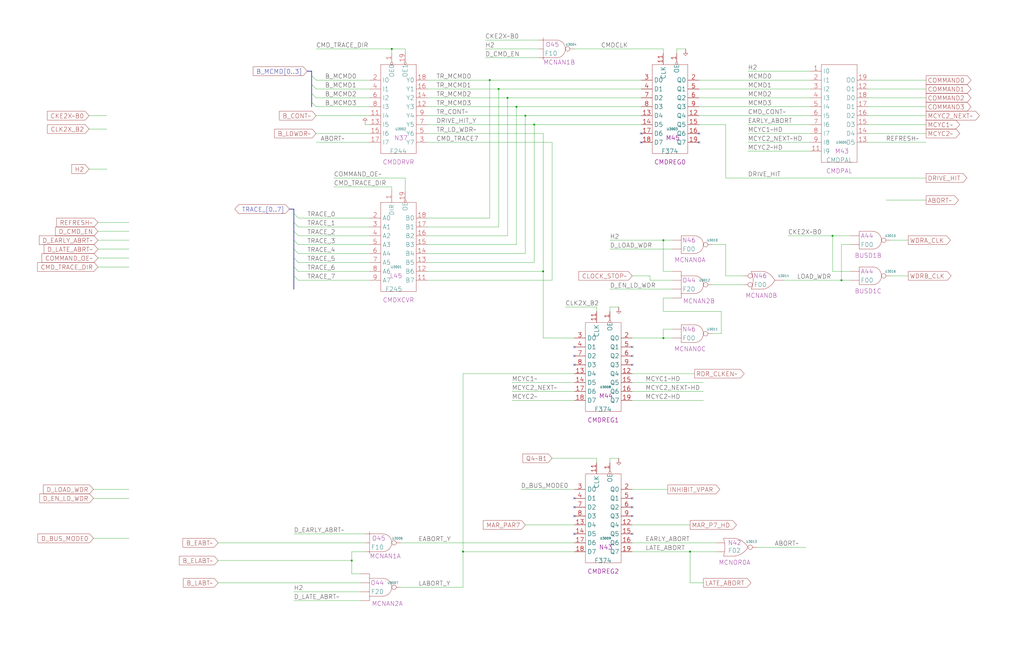
<source format=kicad_sch>
(kicad_sch (version 20230121) (generator eeschema)
  (paper "User" 584.2 378.46)
  (title_block (title "CONTROL\\nCOMMAND + WDR CLOCKS") (date "08-MAR-90") (rev "0.0") (comment 1 "MEM32 BOARD") (comment 2 "232-003066") (comment 3 "S400") (comment 4 "RELEASED"))
  (lib_symbols
    (symbol "r1000:CMDPAL" (pin_names (offset 1.016))
      (property "Reference" "U" (at 2.54 5.08 0))
      (property "Value" "CMDPAL" (at -6.35 -5.08 0))
      (property "Location" "___" (at -1.27 0 0))
      (property "Name" "______" (at 1.27 -12.7 0))
      (symbol "CMDPAL_1_1"
        (rectangle (start -8.89 49.53) (end 11.43 -6.35))
        (pin input line (at -15.24 45.72 0) (length 6.35) (name "I0") (number "1"))
        (pin input line (at -15.24 0 0) (length 6.35) (name "I9") (number "11"))
        (pin output line (at 17.78 35.56 180) (length 6.35) (name "O1") (number "12"))
        (pin input line (at 17.78 5.08 180) (length 6.35) (name "D5") (number "13"))
        (pin output line (at 17.78 10.16 180) (length 6.35) (name "D4") (number "14"))
        (pin output line (at 17.78 15.24 180) (length 6.35) (name "D3") (number "15"))
        (pin output line (at 17.78 20.32 180) (length 6.35) (name "D2") (number "16"))
        (pin output line (at 17.78 25.4 180) (length 6.35) (name "D1") (number "17"))
        (pin output line (at 17.78 30.48 180) (length 6.35) (name "D0") (number "18"))
        (pin output line (at 17.78 40.64 180) (length 6.35) (name "O0") (number "19"))
        (pin input line (at -15.24 40.64 0) (length 6.35) (name "I1") (number "2"))
        (pin input line (at -15.24 35.56 0) (length 6.35) (name "I2") (number "3"))
        (pin input line (at -15.24 30.48 0) (length 6.35) (name "I3") (number "4"))
        (pin input line (at -15.24 25.4 0) (length 6.35) (name "I4") (number "5"))
        (pin input line (at -15.24 20.32 0) (length 6.35) (name "I5") (number "6"))
        (pin input line (at -15.24 15.24 0) (length 6.35) (name "I6") (number "7"))
        (pin input line (at -15.24 10.16 0) (length 6.35) (name "I7") (number "8"))
        (pin input line (at -15.24 5.08 0) (length 6.35) (name "I8") (number "9"))
      )
    )
    (symbol "r1000:F00" (pin_numbers hide) (pin_names hide)
      (property "Reference" "U" (at 15.24 0 0))
      (property "Value" "F00" (at 1.905 -5.08 0))
      (property "Location" "___" (at 1.905 0 0))
      (property "Name" "______" (at 2.54 -12.7 0))
      (symbol "F00_0_1"
        (polyline (pts (xy -2.54 -7.62) (xy 5.08 -7.62)) (stroke (width 0.1524)))
        (polyline (pts (xy -2.54 2.54) (xy -2.54 -7.62)) (stroke (width 0.1524)))
        (polyline (pts (xy -2.54 2.54) (xy 5.08 2.54)) (stroke (width 0.1524)))
        (arc (start 5.08 -7.62) (mid 10.1282 -2.54) (end 5.08 2.54) (stroke (width 0.1524)))
        (circle (center 11.43 -2.54) (radius 1.27) (stroke (width 0.1524)))
      )
      (symbol "F00_0_2"
        (circle (center -3.81 -5.08) (radius 1.27) (stroke (width 0.1524)))
        (circle (center -3.81 0) (radius 1.27) (stroke (width 0.1524)))
        (arc (start -3.175 -7.62) (mid -2.134 -2.54) (end -3.175 2.54) (stroke (width 0.1524)))
        (polyline (pts (xy -3.175 -7.62) (xy 3.81 -7.62)) (stroke (width 0.1524)))
        (polyline (pts (xy -3.175 2.54) (xy 3.81 2.54)) (stroke (width 0.1524)))
        (arc (start 3.81 -7.62) (mid 7.5855 -5.8306) (end 10.16 -2.54) (stroke (width 0.1524)))
        (arc (start 10.16 -2.54) (mid 7.5827 0.7471) (end 3.81 2.54) (stroke (width 0.1524)))
      )
      (symbol "F00_1_1"
        (pin input line (at -7.62 0 0) (length 5.08) (name "D0") (number "1"))
        (pin input line (at -7.62 -5.08 0) (length 5.08) (name "D1") (number "2"))
        (pin output line (at 15.24 -2.54 180) (length 2.54) (name "Q") (number "3"))
      )
      (symbol "F00_1_2"
        (pin input line (at -7.62 0 0) (length 2.54) (name "D0") (number "1"))
        (pin input line (at -7.62 -5.08 0) (length 2.54) (name "D1") (number "2"))
        (pin output line (at 15.24 -2.54 180) (length 5.08) (name "Q") (number "3"))
      )
    )
    (symbol "r1000:F02" (pin_numbers hide) (pin_names hide)
      (property "Reference" "U" (at 12.16 0.635 0))
      (property "Value" "F02" (at -1.27 -4.445 0))
      (property "Location" "___" (at 2.54 0 0))
      (property "Name" "______" (at 2.54 -12.7 0))
      (symbol "F02_0_1"
        (arc (start -3.81 -7.62) (mid -2.9847 -2.54) (end -3.81 2.54) (stroke (width 0.1524)))
        (polyline (pts (xy -5.08 -5.08) (xy -3.175 -5.08)) (stroke (width 0.1524)))
        (polyline (pts (xy -5.08 0) (xy -3.175 0)) (stroke (width 0.1524)))
        (polyline (pts (xy -3.81 -7.62) (xy 2.54 -7.62)) (stroke (width 0.1524)))
        (polyline (pts (xy -3.81 2.54) (xy 2.54 2.54)) (stroke (width 0.1524)))
        (polyline (pts (xy 13.97 -2.54) (xy 12.7 -2.54)) (stroke (width 0.1524)))
        (arc (start 2.54 -7.62) (mid 6.9515 -5.9823) (end 10.16 -2.54) (stroke (width 0.1524)))
        (arc (start 10.16 -2.54) (mid 6.9478 0.8966) (end 2.54 2.54) (stroke (width 0.1524)))
        (circle (center 11.43 -2.54) (radius 1.27) (stroke (width 0.1524)))
      )
      (symbol "F02_0_2"
        (circle (center -3.81 -5.08) (radius 1.27) (stroke (width 0.1524)))
        (circle (center -3.81 0) (radius 1.27) (stroke (width 0.1524)))
        (polyline (pts (xy -2.54 -7.62) (xy 5.08 -7.62)) (stroke (width 0.1524)))
        (polyline (pts (xy -2.54 2.54) (xy -2.54 -7.62)) (stroke (width 0.1524)))
        (polyline (pts (xy -2.54 2.54) (xy 5.08 2.54)) (stroke (width 0.1524)))
        (polyline (pts (xy 11.43 -2.54) (xy 10.16 -2.54)) (stroke (width 0.1524)))
        (polyline (pts (xy 11.43 -2.54) (xy 12.7 -2.54)) (stroke (width 0.1524)))
        (arc (start 5.08 -7.62) (mid 10.1282 -2.54) (end 5.08 2.54) (stroke (width 0.1524)))
      )
      (symbol "F02_1_1"
        (pin input line (at -7.62 0 0) (length 2.54) (name "D0") (number "1"))
        (pin input line (at -7.62 -5.08 0) (length 2.54) (name "D1") (number "2"))
        (pin output line (at 15.24 -2.54 180) (length 1.27) (name "Q") (number "3"))
      )
      (symbol "F02_1_2"
        (pin input line (at -7.62 0 0) (length 2.54) (name "D0") (number "1"))
        (pin input line (at -7.62 -5.08 0) (length 2.54) (name "D1") (number "2"))
        (pin output line (at 15.24 -2.54 180) (length 2.54) (name "Q") (number "3"))
      )
    )
    (symbol "r1000:F10" (pin_numbers hide) (pin_names hide)
      (property "Reference" "U" (at 13.335 0 0))
      (property "Value" "F10" (at 5.715 -5.08 0))
      (property "Location" "___" (at -1.27 0 0))
      (property "Name" "______" (at -2.54 -10.16 0))
      (symbol "F10_0_1"
        (polyline (pts (xy -2.54 -7.62) (xy 5.08 -7.62)) (stroke (width 0.1524)))
        (polyline (pts (xy -2.54 2.54) (xy 5.08 2.54)) (stroke (width 0.1524)))
        (polyline (pts (xy -2.54 3.81) (xy -2.54 -8.89)) (stroke (width 0.1524)))
        (arc (start 5.08 -7.62) (mid 10.1282 -2.54) (end 5.08 2.54) (stroke (width 0.1524)))
        (circle (center 11.43 -2.54) (radius 1.27) (stroke (width 0.1524)))
      )
      (symbol "F10_0_2"
        (circle (center -3.81 -7.62) (radius 1.27) (stroke (width 0.1524)))
        (circle (center -3.81 2.54) (radius 1.27) (stroke (width 0.1524)))
        (circle (center -3.175 -2.54) (radius 1.27) (stroke (width 0.1524)))
        (arc (start -2.54 -7.62) (mid -1.8195 -2.54) (end -2.54 2.54) (stroke (width 0.1524)))
        (polyline (pts (xy -4.445 -2.54) (xy -5.08 -2.54)) (stroke (width 0.1524)))
        (polyline (pts (xy -2.54 -7.62) (xy 5.08 -7.62)) (stroke (width 0.1524)))
        (polyline (pts (xy -2.54 2.54) (xy 5.08 2.54)) (stroke (width 0.1524)))
        (polyline (pts (xy 10.795 -2.54) (xy 12.7 -2.54)) (stroke (width 0.1524)))
        (arc (start 5.08 -7.62) (mid 8.4845 -5.6954) (end 10.795 -2.54) (stroke (width 0.1524)))
        (arc (start 10.795 -2.54) (mid 8.4807 0.6111) (end 5.08 2.54) (stroke (width 0.1524)))
      )
      (symbol "F10_1_1"
        (pin input line (at -5.08 2.54 0) (length 2.54) (name "D0") (number "1"))
        (pin input line (at -5.08 -2.54 0) (length 2.54) (name "D1") (number "2"))
        (pin input line (at -5.08 -7.62 0) (length 2.54) (name "D2") (number "3"))
        (pin output line (at 15.24 -2.54 180) (length 2.54) (name "Q") (number "4"))
      )
      (symbol "F10_1_2"
        (pin input line (at -5.08 2.54 0) (length 0) (name "D0") (number "1"))
        (pin input line (at -5.08 -2.54 0) (length 0) (name "D1") (number "2"))
        (pin input line (at -5.08 -7.62 0) (length 0) (name "D2") (number "3"))
        (pin output line (at 15.24 -2.54 180) (length 2.54) (name "Q") (number "4"))
      )
    )
    (symbol "r1000:F20" (pin_numbers hide) (pin_names hide)
      (property "Reference" "U" (at 8.255 2.54 0))
      (property "Value" "F20" (at -0.635 -2.54 0))
      (property "Location" "___" (at -0.635 2.54 0))
      (property "Name" "______" (at 5.08 -10.795 0))
      (symbol "F20_0_1"
        (polyline (pts (xy -5.08 -5.08) (xy -5.08 -7.62)) (stroke (width 0.1524)))
        (polyline (pts (xy -5.08 5.08) (xy -5.08 -5.08)) (stroke (width 0.1524)))
        (polyline (pts (xy -5.08 7.62) (xy -5.08 5.08)) (stroke (width 0.1524)))
        (polyline (pts (xy 2.54 -5.08) (xy -5.08 -5.08)) (stroke (width 0.1524)))
        (polyline (pts (xy 2.54 5.08) (xy -5.08 5.08)) (stroke (width 0.1524)))
        (arc (start 2.54 -5.08) (mid 7.5882 0) (end 2.54 5.08) (stroke (width 0.1524)))
        (circle (center 8.89 0) (radius 1.27) (stroke (width 0.1524)))
      )
      (symbol "F20_0_2"
        (circle (center -7.62 -7.62) (radius 1.27) (stroke (width 0.1524)))
        (circle (center -7.62 7.62) (radius 1.27) (stroke (width 0.1524)))
        (circle (center -6.985 -2.54) (radius 1.27) (stroke (width 0.1524)))
        (circle (center -6.985 2.54) (radius 1.27) (stroke (width 0.1524)))
        (arc (start -6.35 -7.62) (mid -5.3975 0) (end -6.35 7.62) (stroke (width 0.1524)))
        (polyline (pts (xy -5.715 -5.08) (xy 1.27 -5.08)) (stroke (width 0.1524)))
        (polyline (pts (xy -5.715 5.08) (xy 1.27 5.08)) (stroke (width 0.1524)))
        (arc (start 1.27 -5.08) (mid 5.0518 -3.2985) (end 7.62 0) (stroke (width 0.1524)))
        (arc (start 7.62 0) (mid 5.0518 3.2985) (end 1.27 5.08) (stroke (width 0.1524)))
      )
      (symbol "F20_1_1"
        (pin input line (at -10.16 7.62 0) (length 5.08) (name "D0") (number "1"))
        (pin input line (at -10.16 2.54 0) (length 5.08) (name "D1") (number "2"))
        (pin input line (at -10.16 -2.54 0) (length 5.08) (name "D2") (number "4"))
        (pin input line (at -10.16 -7.62 0) (length 5.08) (name "D3") (number "5"))
        (pin output line (at 12.7 0 180) (length 2.54) (name "Q") (number "6"))
      )
      (symbol "F20_1_2"
        (pin input line (at -10.16 7.62 0) (length 1.27) (name "D0") (number "1"))
        (pin input line (at -10.16 2.54 0) (length 1.905) (name "D1") (number "2"))
        (pin input line (at -10.16 -2.54 0) (length 1.905) (name "D2") (number "4"))
        (pin input line (at -10.16 -7.62 0) (length 1.27) (name "D3") (number "5"))
        (pin output line (at 12.7 0 180) (length 5.08) (name "Q") (number "6"))
      )
    )
    (symbol "r1000:F244" (pin_names (offset 1.016))
      (property "Reference" "U" (at 2.54 5.08 0))
      (property "Value" "F244" (at -3.81 -7.62 0))
      (property "Location" "___" (at -1.27 0 0))
      (property "Name" "______" (at 1.27 -15.24 0))
      (symbol "F244_1_1"
        (rectangle (start -8.89 41.91) (end 11.43 -8.89))
        (circle (center -2.54 42.545) (radius 0.635))
        (circle (center 5.08 42.545) (radius 0.635))
        (pin input line (at -2.54 48.26 270) (length 5.08) (name "OE0") (number "1"))
        (pin input line (at -15.24 12.7 0) (length 6.35) (name "I4") (number "11"))
        (pin tri_state line (at 17.78 17.78 180) (length 6.35) (name "Y3") (number "12"))
        (pin input line (at -15.24 7.62 0) (length 6.35) (name "I5") (number "13"))
        (pin tri_state line (at 17.78 22.86 180) (length 6.35) (name "Y2") (number "14"))
        (pin input line (at -15.24 2.54 0) (length 6.35) (name "I6") (number "15"))
        (pin tri_state line (at 17.78 27.94 180) (length 6.35) (name "Y1") (number "16"))
        (pin input line (at -15.24 -2.54 0) (length 6.35) (name "I7") (number "17"))
        (pin tri_state line (at 17.78 33.02 180) (length 6.35) (name "Y0") (number "18"))
        (pin input line (at 5.08 48.26 270) (length 5.08) (name "OE1") (number "19"))
        (pin input line (at -15.24 33.02 0) (length 6.35) (name "I0") (number "2"))
        (pin tri_state line (at 17.78 -2.54 180) (length 6.35) (name "Y7") (number "3"))
        (pin input line (at -15.24 27.94 0) (length 6.35) (name "I1") (number "4"))
        (pin tri_state line (at 17.78 2.54 180) (length 6.35) (name "Y6") (number "5"))
        (pin input line (at -15.24 22.86 0) (length 6.35) (name "I2") (number "6"))
        (pin tri_state line (at 17.78 7.62 180) (length 6.35) (name "Y5") (number "7"))
        (pin input line (at -15.24 17.78 0) (length 6.35) (name "I3") (number "8"))
        (pin tri_state line (at 17.78 12.7 180) (length 6.35) (name "Y4") (number "9"))
      )
    )
    (symbol "r1000:F245" (pin_names (offset 1.016))
      (property "Reference" "U" (at 2.54 5.08 0))
      (property "Value" "F245" (at -3.81 -7.62 0))
      (property "Location" "___" (at -1.27 0 0))
      (property "Name" "______" (at 3.81 -15.24 0))
      (symbol "F245_1_1"
        (rectangle (start -6.35 41.91) (end 13.97 -8.89))
        (circle (center 7.62 42.545) (radius 0.635))
        (pin input line (at 0 48.26 270) (length 6.35) (name "DIR") (number "1"))
        (pin bidirectional line (at 20.32 -2.54 180) (length 6.35) (name "B7") (number "11"))
        (pin bidirectional line (at 20.32 2.54 180) (length 6.35) (name "B6") (number "12"))
        (pin bidirectional line (at 20.32 7.62 180) (length 6.35) (name "B5") (number "13"))
        (pin bidirectional line (at 20.32 12.7 180) (length 6.35) (name "B4") (number "14"))
        (pin bidirectional line (at 20.32 17.78 180) (length 6.35) (name "B3") (number "15"))
        (pin bidirectional line (at 20.32 22.86 180) (length 6.35) (name "B2") (number "16"))
        (pin bidirectional line (at 20.32 27.94 180) (length 6.35) (name "B1") (number "17"))
        (pin bidirectional line (at 20.32 33.02 180) (length 6.35) (name "B0") (number "18"))
        (pin input line (at 7.62 48.26 270) (length 5.08) (name "OE") (number "19"))
        (pin bidirectional line (at -12.7 33.02 0) (length 6.35) (name "A0") (number "2"))
        (pin bidirectional line (at -12.7 27.94 0) (length 6.35) (name "A1") (number "3"))
        (pin bidirectional line (at -12.7 22.86 0) (length 6.35) (name "A2") (number "4"))
        (pin bidirectional line (at -12.7 17.78 0) (length 6.35) (name "A3") (number "5"))
        (pin bidirectional line (at -12.7 12.7 0) (length 6.35) (name "A4") (number "6"))
        (pin bidirectional line (at -12.7 7.62 0) (length 6.35) (name "A5") (number "7"))
        (pin bidirectional line (at -12.7 2.54 0) (length 6.35) (name "A6") (number "8"))
        (pin bidirectional line (at -12.7 -2.54 0) (length 6.35) (name "A7") (number "9"))
      )
    )
    (symbol "r1000:F374" (pin_names (offset 1.016))
      (property "Reference" "U" (at 2.54 5.08 0))
      (property "Value" "F374" (at -3.81 -7.62 0))
      (property "Location" "___" (at -1.27 0 0))
      (property "Name" "______" (at 1.27 -15.24 0))
      (symbol "F374_1_1"
        (rectangle (start -8.89 41.91) (end 11.43 -8.89))
        (circle (center 5.08 42.545) (radius 0.635))
        (pin input line (at 5.08 48.26 270) (length 5.08) (name "OE") (number "1"))
        (pin input line (at -2.54 48.26 270) (length 6.35) (name "CLK") (number "11"))
        (pin tri_state line (at 17.78 12.7 180) (length 6.35) (name "Q4") (number "12"))
        (pin input line (at -15.24 12.7 0) (length 6.35) (name "D4") (number "13"))
        (pin input line (at -15.24 7.62 0) (length 6.35) (name "D5") (number "14"))
        (pin tri_state line (at 17.78 7.62 180) (length 6.35) (name "Q5") (number "15"))
        (pin tri_state line (at 17.78 2.54 180) (length 6.35) (name "Q6") (number "16"))
        (pin input line (at -15.24 2.54 0) (length 6.35) (name "D6") (number "17"))
        (pin input line (at -15.24 -2.54 0) (length 6.35) (name "D7") (number "18"))
        (pin tri_state line (at 17.78 -2.54 180) (length 6.35) (name "Q7") (number "19"))
        (pin tri_state line (at 17.78 33.02 180) (length 6.35) (name "Q0") (number "2"))
        (pin input line (at -15.24 33.02 0) (length 6.35) (name "D0") (number "3"))
        (pin input line (at -15.24 27.94 0) (length 6.35) (name "D1") (number "4"))
        (pin tri_state line (at 17.78 27.94 180) (length 6.35) (name "Q1") (number "5"))
        (pin tri_state line (at 17.78 22.86 180) (length 6.35) (name "Q2") (number "6"))
        (pin input line (at -15.24 22.86 0) (length 6.35) (name "D2") (number "7"))
        (pin input line (at -15.24 17.78 0) (length 6.35) (name "D3") (number "8"))
        (pin tri_state line (at 17.78 17.78 180) (length 6.35) (name "Q3") (number "9"))
      )
    )
    (symbol "r1000:PD" (power) (pin_numbers hide) (pin_names hide) (in_bom no)
      (symbol "PD_0_1"
        (polyline (pts (xy 0 -2.54) (xy 1.27 -2.54) (xy 0 -3.81) (xy -1.27 -2.54) (xy 0 -2.54)) (stroke (width 0.1524)))
      )
      (symbol "PD_1_1"
        (pin power_in line (at 0 0 270) (length 2.54) (name "PD") (number "1"))
      )
    )
    (symbol "r1000:PU" (power) (pin_numbers hide) (pin_names hide)
      (symbol "PU_0_1"
        (polyline (pts (xy 0 2.54) (xy -1.27 2.54) (xy 0 3.81) (xy 1.27 2.54) (xy 0 2.54)) (stroke (width 0.1524)))
      )
      (symbol "PU_1_1"
        (pin power_in line (at 0 0 90) (length 2.54) (name "PU") (number "1"))
      )
    )
  )
  (junction (at 200.66 320.04))
  (junction (at 264.16 314.96))
  (junction (at 474.98 134.62))
  (junction (at 378.46 193.04))
  (junction (at 393.7 314.96))
  (junction (at 294.64 60.96))
  (junction (at 480.06 160.02))
  (junction (at 284.48 50.8))
  (junction (at 304.8 71.12))
  (junction (at 223.52 27.94))
  (junction (at 378.46 137.16))
  (junction (at 289.56 55.88))
  (junction (at 299.72 66.04))
  (junction (at 279.4 45.72))
  (junction (at 309.88 154.94))
  (no_connect (at 360.68 208.28))
  (no_connect (at 360.68 203.2))
  (no_connect (at 398.78 81.28))
  (no_connect (at 327.66 304.8))
  (no_connect (at 360.68 304.8))
  (no_connect (at 360.68 198.12))
  (no_connect (at 360.68 284.48))
  (no_connect (at 327.66 289.56))
  (no_connect (at 327.66 294.64))
  (no_connect (at 327.66 198.12))
  (no_connect (at 360.68 289.56))
  (no_connect (at 365.76 76.2))
  (no_connect (at 327.66 203.2))
  (no_connect (at 398.78 76.2))
  (no_connect (at 365.76 81.28))
  (no_connect (at 327.66 208.28))
  (no_connect (at 327.66 284.48))
  (no_connect (at 360.68 294.64))
  (bus_entry (at 167.64 147.32) (size 2.54 2.54))
  (bus_entry (at 177.8 58.42) (size 2.54 2.54))
  (bus_entry (at 167.64 127) (size 2.54 2.54))
  (bus_entry (at 177.8 48.26) (size 2.54 2.54))
  (bus_entry (at 167.64 142.24) (size 2.54 2.54))
  (bus_entry (at 167.64 132.08) (size 2.54 2.54))
  (bus_entry (at 167.64 157.48) (size 2.54 2.54))
  (bus_entry (at 167.64 152.4) (size 2.54 2.54))
  (bus_entry (at 167.64 121.92) (size 2.54 2.54))
  (bus_entry (at 177.8 53.34) (size 2.54 2.54))
  (bus_entry (at 177.8 43.18) (size 2.54 2.54))
  (bus_entry (at 167.64 137.16) (size 2.54 2.54))
  (wire (pts (xy 170.18 134.62) (xy 210.82 134.62)))
  (wire (pts (xy 426.72 71.12) (xy 462.28 71.12)))
  (wire (pts (xy 170.18 139.7) (xy 210.82 139.7)))
  (wire (pts (xy 243.84 55.88) (xy 289.56 55.88)))
  (bus (pts (xy 167.64 119.38) (xy 167.64 121.92)))
  (wire (pts (xy 243.84 66.04) (xy 299.72 66.04)))
  (wire (pts (xy 304.8 149.86) (xy 243.84 149.86)))
  (wire (pts (xy 426.72 40.64) (xy 462.28 40.64)))
  (wire (pts (xy 378.46 187.96) (xy 378.46 193.04)))
  (wire (pts (xy 231.14 101.6) (xy 231.14 109.22)))
  (wire (pts (xy 309.88 154.94) (xy 243.84 154.94)))
  (wire (pts (xy 426.72 76.2) (xy 462.28 76.2)))
  (wire (pts (xy 431.8 312.42) (xy 459.74 312.42)))
  (wire (pts (xy 284.48 129.54) (xy 243.84 129.54)))
  (wire (pts (xy 398.78 55.88) (xy 462.28 55.88)))
  (wire (pts (xy 180.34 60.96) (xy 210.82 60.96)))
  (wire (pts (xy 243.84 45.72) (xy 279.4 45.72)))
  (wire (pts (xy 314.96 160.02) (xy 314.96 81.28)))
  (wire (pts (xy 401.32 332.74) (xy 393.7 332.74)))
  (wire (pts (xy 264.16 314.96) (xy 327.66 314.96)))
  (wire (pts (xy 50.8 73.66) (xy 60.96 73.66)))
  (wire (pts (xy 243.84 60.96) (xy 294.64 60.96)))
  (wire (pts (xy 180.34 66.04) (xy 210.82 66.04)))
  (wire (pts (xy 378.46 137.16) (xy 383.54 137.16)))
  (wire (pts (xy 414.02 101.6) (xy 528.32 101.6)))
  (bus (pts (xy 167.64 132.08) (xy 167.64 137.16)))
  (bus (pts (xy 165.1 119.38) (xy 167.64 119.38)))
  (wire (pts (xy 180.34 50.8) (xy 210.82 50.8)))
  (wire (pts (xy 297.18 279.4) (xy 327.66 279.4)))
  (wire (pts (xy 243.84 144.78) (xy 299.72 144.78)))
  (wire (pts (xy 304.8 71.12) (xy 304.8 149.86)))
  (wire (pts (xy 309.88 76.2) (xy 309.88 154.94)))
  (bus (pts (xy 167.64 157.48) (xy 167.64 165.1)))
  (bus (pts (xy 177.8 40.64) (xy 177.8 43.18)))
  (wire (pts (xy 200.66 314.96) (xy 200.66 320.04)))
  (wire (pts (xy 406.4 162.56) (xy 424.18 162.56)))
  (wire (pts (xy 294.64 139.7) (xy 243.84 139.7)))
  (wire (pts (xy 505.46 114.3) (xy 528.32 114.3)))
  (wire (pts (xy 200.66 320.04) (xy 200.66 327.66)))
  (bus (pts (xy 167.64 147.32) (xy 167.64 152.4)))
  (wire (pts (xy 309.88 193.04) (xy 327.66 193.04)))
  (wire (pts (xy 340.36 261.62) (xy 340.36 264.16)))
  (wire (pts (xy 347.98 261.62) (xy 347.98 264.16)))
  (wire (pts (xy 426.72 81.28) (xy 462.28 81.28)))
  (wire (pts (xy 360.68 228.6) (xy 401.32 228.6)))
  (wire (pts (xy 485.14 154.94) (xy 474.98 154.94)))
  (wire (pts (xy 299.72 299.72) (xy 327.66 299.72)))
  (wire (pts (xy 347.98 137.16) (xy 378.46 137.16)))
  (wire (pts (xy 180.34 76.2) (xy 210.82 76.2)))
  (wire (pts (xy 378.46 170.18) (xy 378.46 177.8)))
  (bus (pts (xy 175.26 40.64) (xy 177.8 40.64)))
  (wire (pts (xy 495.3 60.96) (xy 528.32 60.96)))
  (wire (pts (xy 289.56 55.88) (xy 365.76 55.88)))
  (wire (pts (xy 398.78 45.72) (xy 462.28 45.72)))
  (wire (pts (xy 294.64 60.96) (xy 294.64 139.7)))
  (wire (pts (xy 393.7 332.74) (xy 393.7 314.96)))
  (wire (pts (xy 378.46 27.94) (xy 378.46 30.48)))
  (wire (pts (xy 411.48 190.5) (xy 406.4 190.5)))
  (wire (pts (xy 284.48 50.8) (xy 284.48 129.54)))
  (wire (pts (xy 289.56 134.62) (xy 289.56 55.88)))
  (wire (pts (xy 167.64 337.82) (xy 205.74 337.82)))
  (bus (pts (xy 167.64 121.92) (xy 167.64 127)))
  (wire (pts (xy 360.68 299.72) (xy 393.7 299.72)))
  (wire (pts (xy 360.68 279.4) (xy 381 279.4)))
  (wire (pts (xy 414.02 139.7) (xy 414.02 157.48)))
  (bus (pts (xy 177.8 58.42) (xy 177.8 60.96)))
  (wire (pts (xy 55.88 147.32) (xy 73.66 147.32)))
  (wire (pts (xy 180.34 55.88) (xy 210.82 55.88)))
  (wire (pts (xy 124.46 332.74) (xy 205.74 332.74)))
  (wire (pts (xy 231.14 27.94) (xy 231.14 30.48)))
  (wire (pts (xy 495.3 55.88) (xy 528.32 55.88)))
  (wire (pts (xy 360.68 314.96) (xy 393.7 314.96)))
  (wire (pts (xy 398.78 60.96) (xy 462.28 60.96)))
  (wire (pts (xy 474.98 134.62) (xy 485.14 134.62)))
  (wire (pts (xy 264.16 335.28) (xy 264.16 314.96)))
  (wire (pts (xy 495.3 66.04) (xy 528.32 66.04)))
  (wire (pts (xy 228.6 309.88) (xy 327.66 309.88)))
  (bus (pts (xy 167.64 137.16) (xy 167.64 142.24)))
  (wire (pts (xy 426.72 86.36) (xy 462.28 86.36)))
  (bus (pts (xy 167.64 127) (xy 167.64 132.08)))
  (wire (pts (xy 508 157.48) (xy 518.16 157.48)))
  (wire (pts (xy 55.88 142.24) (xy 73.66 142.24)))
  (wire (pts (xy 327.66 27.94) (xy 378.46 27.94)))
  (wire (pts (xy 495.3 71.12) (xy 528.32 71.12)))
  (wire (pts (xy 393.7 314.96) (xy 408.94 314.96)))
  (wire (pts (xy 360.68 213.36) (xy 396.24 213.36)))
  (wire (pts (xy 180.34 81.28) (xy 210.82 81.28)))
  (wire (pts (xy 340.36 175.26) (xy 340.36 177.8)))
  (wire (pts (xy 53.34 307.34) (xy 73.66 307.34)))
  (wire (pts (xy 200.66 327.66) (xy 205.74 327.66)))
  (wire (pts (xy 347.98 175.26) (xy 347.98 177.8)))
  (wire (pts (xy 378.46 154.94) (xy 378.46 137.16)))
  (wire (pts (xy 223.52 106.68) (xy 223.52 109.22)))
  (bus (pts (xy 167.64 152.4) (xy 167.64 157.48)))
  (wire (pts (xy 314.96 81.28) (xy 243.84 81.28)))
  (wire (pts (xy 53.34 279.4) (xy 73.66 279.4)))
  (wire (pts (xy 304.8 71.12) (xy 365.76 71.12)))
  (wire (pts (xy 264.16 213.36) (xy 327.66 213.36)))
  (wire (pts (xy 360.68 218.44) (xy 401.32 218.44)))
  (wire (pts (xy 170.18 154.94) (xy 210.82 154.94)))
  (wire (pts (xy 243.84 134.62) (xy 289.56 134.62)))
  (wire (pts (xy 228.6 335.28) (xy 264.16 335.28)))
  (wire (pts (xy 398.78 66.04) (xy 462.28 66.04)))
  (wire (pts (xy 167.64 342.9) (xy 205.74 342.9)))
  (wire (pts (xy 50.8 96.52) (xy 60.96 96.52)))
  (wire (pts (xy 124.46 320.04) (xy 200.66 320.04)))
  (wire (pts (xy 292.1 228.6) (xy 327.66 228.6)))
  (wire (pts (xy 353.06 175.26) (xy 347.98 175.26)))
  (wire (pts (xy 223.52 27.94) (xy 231.14 27.94)))
  (bus (pts (xy 167.64 142.24) (xy 167.64 147.32)))
  (wire (pts (xy 55.88 132.08) (xy 73.66 132.08)))
  (wire (pts (xy 495.3 45.72) (xy 528.32 45.72)))
  (wire (pts (xy 474.98 154.94) (xy 474.98 134.62)))
  (wire (pts (xy 279.4 124.46) (xy 279.4 45.72)))
  (wire (pts (xy 276.86 33.02) (xy 307.34 33.02)))
  (wire (pts (xy 170.18 160.02) (xy 210.82 160.02)))
  (wire (pts (xy 170.18 129.54) (xy 210.82 129.54)))
  (wire (pts (xy 480.06 160.02) (xy 485.14 160.02)))
  (bus (pts (xy 177.8 48.26) (xy 177.8 53.34)))
  (wire (pts (xy 243.84 71.12) (xy 304.8 71.12)))
  (wire (pts (xy 398.78 50.8) (xy 462.28 50.8)))
  (wire (pts (xy 370.84 157.48) (xy 370.84 160.02)))
  (wire (pts (xy 383.54 170.18) (xy 378.46 170.18)))
  (wire (pts (xy 55.88 127) (xy 73.66 127)))
  (wire (pts (xy 243.84 124.46) (xy 279.4 124.46)))
  (bus (pts (xy 177.8 53.34) (xy 177.8 58.42)))
  (wire (pts (xy 449.58 134.62) (xy 474.98 134.62)))
  (wire (pts (xy 208.28 314.96) (xy 200.66 314.96)))
  (wire (pts (xy 386.08 27.94) (xy 386.08 30.48)))
  (wire (pts (xy 294.64 60.96) (xy 365.76 60.96)))
  (wire (pts (xy 276.86 27.94) (xy 307.34 27.94)))
  (wire (pts (xy 398.78 71.12) (xy 414.02 71.12)))
  (wire (pts (xy 167.64 304.8) (xy 208.28 304.8)))
  (wire (pts (xy 360.68 223.52) (xy 401.32 223.52)))
  (wire (pts (xy 414.02 157.48) (xy 424.18 157.48)))
  (wire (pts (xy 414.02 71.12) (xy 414.02 101.6)))
  (wire (pts (xy 485.14 139.7) (xy 480.06 139.7)))
  (wire (pts (xy 378.46 193.04) (xy 383.54 193.04)))
  (wire (pts (xy 284.48 50.8) (xy 365.76 50.8)))
  (wire (pts (xy 208.28 71.12) (xy 210.82 71.12)))
  (wire (pts (xy 360.68 309.88) (xy 408.94 309.88)))
  (wire (pts (xy 170.18 124.46) (xy 210.82 124.46)))
  (wire (pts (xy 508 137.16) (xy 518.16 137.16)))
  (wire (pts (xy 276.86 22.86) (xy 307.34 22.86)))
  (wire (pts (xy 347.98 142.24) (xy 383.54 142.24)))
  (wire (pts (xy 360.68 157.48) (xy 370.84 157.48)))
  (wire (pts (xy 383.54 154.94) (xy 378.46 154.94)))
  (wire (pts (xy 495.3 81.28) (xy 528.32 81.28)))
  (wire (pts (xy 322.58 175.26) (xy 340.36 175.26)))
  (wire (pts (xy 55.88 152.4) (xy 73.66 152.4)))
  (wire (pts (xy 353.06 261.62) (xy 347.98 261.62)))
  (wire (pts (xy 124.46 309.88) (xy 208.28 309.88)))
  (wire (pts (xy 378.46 177.8) (xy 411.48 177.8)))
  (wire (pts (xy 411.48 177.8) (xy 411.48 190.5)))
  (wire (pts (xy 309.88 154.94) (xy 309.88 193.04)))
  (wire (pts (xy 292.1 218.44) (xy 327.66 218.44)))
  (wire (pts (xy 190.5 106.68) (xy 223.52 106.68)))
  (wire (pts (xy 495.3 50.8) (xy 528.32 50.8)))
  (wire (pts (xy 314.96 261.62) (xy 340.36 261.62)))
  (wire (pts (xy 360.68 193.04) (xy 378.46 193.04)))
  (wire (pts (xy 299.72 144.78) (xy 299.72 66.04)))
  (wire (pts (xy 495.3 76.2) (xy 528.32 76.2)))
  (wire (pts (xy 223.52 27.94) (xy 223.52 30.48)))
  (wire (pts (xy 480.06 139.7) (xy 480.06 160.02)))
  (bus (pts (xy 177.8 43.18) (xy 177.8 48.26)))
  (wire (pts (xy 292.1 223.52) (xy 327.66 223.52)))
  (wire (pts (xy 243.84 160.02) (xy 314.96 160.02)))
  (wire (pts (xy 170.18 144.78) (xy 210.82 144.78)))
  (wire (pts (xy 299.72 66.04) (xy 365.76 66.04)))
  (wire (pts (xy 180.34 27.94) (xy 223.52 27.94)))
  (wire (pts (xy 170.18 149.86) (xy 210.82 149.86)))
  (wire (pts (xy 279.4 45.72) (xy 365.76 45.72)))
  (wire (pts (xy 406.4 139.7) (xy 414.02 139.7)))
  (wire (pts (xy 243.84 50.8) (xy 284.48 50.8)))
  (wire (pts (xy 50.8 66.04) (xy 60.96 66.04)))
  (wire (pts (xy 447.04 160.02) (xy 480.06 160.02)))
  (wire (pts (xy 383.54 187.96) (xy 378.46 187.96)))
  (wire (pts (xy 391.16 27.94) (xy 386.08 27.94)))
  (wire (pts (xy 53.34 284.48) (xy 73.66 284.48)))
  (wire (pts (xy 55.88 137.16) (xy 73.66 137.16)))
  (wire (pts (xy 180.34 45.72) (xy 210.82 45.72)))
  (wire (pts (xy 370.84 160.02) (xy 383.54 160.02)))
  (wire (pts (xy 347.98 165.1) (xy 383.54 165.1)))
  (wire (pts (xy 243.84 76.2) (xy 309.88 76.2)))
  (wire (pts (xy 190.5 101.6) (xy 231.14 101.6)))
  (wire (pts (xy 264.16 314.96) (xy 264.16 213.36)))
  (label "MCYC2_NEXT~" (at 292.1 223.52 0) (effects (font (size 2.54 2.54))))
  (label "D_CMD_EN" (at 276.86 33.02 0) (effects (font (size 2.54 2.54))))
  (label "TRACE_1" (at 175.26 129.54 0) (effects (font (size 2.54 2.54))))
  (label "TRACE_4" (at 175.26 144.78 0) (effects (font (size 2.54 2.54))))
  (label "CMD_TRACE7" (at 248.92 81.28 0) (effects (font (size 2.54 2.54))))
  (label "MCYC1~HD" (at 426.72 76.2 0) (effects (font (size 2.54 2.54))))
  (label "TR_MCMD2" (at 248.92 55.88 0) (effects (font (size 2.54 2.54))))
  (label "TRACE_5" (at 175.26 149.86 0) (effects (font (size 2.54 2.54))))
  (label "H2" (at 426.72 40.64 0) (effects (font (size 2.54 2.54))))
  (label "TR_MCMD3" (at 248.92 60.96 0) (effects (font (size 2.54 2.54))))
  (label "CKE2X~B0" (at 449.58 134.62 0) (effects (font (size 2.54 2.54))))
  (label "REFRESH~" (at 505.46 81.28 0) (effects (font (size 2.54 2.54))))
  (label "D_LOAD_WDR" (at 347.98 142.24 0) (effects (font (size 2.54 2.54))))
  (label "TR_MCMD1" (at 248.92 50.8 0) (effects (font (size 2.54 2.54))))
  (label "MCYC1~" (at 292.1 218.44 0) (effects (font (size 2.54 2.54))))
  (label "B_MCMD0" (at 185.42 45.72 0) (effects (font (size 2.54 2.54))))
  (label "TRACE_0" (at 175.26 124.46 0) (effects (font (size 2.54 2.54))))
  (label "MCYC2~HD" (at 368.3 228.6 0) (effects (font (size 2.54 2.54))))
  (label "D_EARLY_ABRT~" (at 167.64 304.8 0) (effects (font (size 2.54 2.54))))
  (label "MCYC1~HD" (at 368.3 218.44 0) (effects (font (size 2.54 2.54))))
  (label "MCMD3" (at 426.72 60.96 0) (effects (font (size 2.54 2.54))))
  (label "TRACE_3" (at 175.26 139.7 0) (effects (font (size 2.54 2.54))))
  (label "CMD_TRACE_DIR" (at 190.5 106.68 0) (effects (font (size 2.54 2.54))))
  (label "LABORT_Y" (at 238.76 335.28 0) (effects (font (size 2.54 2.54))))
  (label "ABORT~" (at 182.88 81.28 0) (effects (font (size 2.54 2.54))))
  (label "DRIVE_HIT_Y" (at 248.92 71.12 0) (effects (font (size 2.54 2.54))))
  (label "TRACE_2" (at 175.26 134.62 0) (effects (font (size 2.54 2.54))))
  (label "H2" (at 167.64 337.82 0) (effects (font (size 2.54 2.54))))
  (label "TR_MCMD0" (at 248.92 45.72 0) (effects (font (size 2.54 2.54))))
  (label "TRACE_6" (at 175.26 154.94 0) (effects (font (size 2.54 2.54))))
  (label "B_MCMD2" (at 185.42 55.88 0) (effects (font (size 2.54 2.54))))
  (label "CKE2X~B0" (at 276.86 22.86 0) (effects (font (size 2.54 2.54))))
  (label "MCMD0" (at 426.72 45.72 0) (effects (font (size 2.54 2.54))))
  (label "D_BUS_MODE0" (at 297.18 279.4 0) (effects (font (size 2.54 2.54))))
  (label "DRIVE_HIT" (at 426.72 101.6 0) (effects (font (size 2.54 2.54))))
  (label "CMD_TRACE_DIR" (at 180.34 27.94 0) (effects (font (size 2.54 2.54))))
  (label "CLK2X_B2" (at 322.58 175.26 0) (effects (font (size 2.54 2.54))))
  (label "EABORT_Y" (at 238.76 309.88 0) (effects (font (size 2.54 2.54))))
  (label "MCYC2~" (at 292.1 228.6 0) (effects (font (size 2.54 2.54))))
  (label "LATE_ABORT" (at 368.3 314.96 0) (effects (font (size 2.54 2.54))))
  (label "H2" (at 347.98 137.16 0) (effects (font (size 2.54 2.54))))
  (label "B_MCMD1" (at 185.42 50.8 0) (effects (font (size 2.54 2.54))))
  (label "MCMD1" (at 426.72 50.8 0) (effects (font (size 2.54 2.54))))
  (label "CMD_CONT~" (at 426.72 66.04 0) (effects (font (size 2.54 2.54))))
  (label "D_EN_LD_WDR" (at 347.98 165.1 0) (effects (font (size 2.54 2.54))))
  (label "ABORT~" (at 441.96 312.42 0) (effects (font (size 2.54 2.54))))
  (label "LOAD_WDR" (at 454.66 160.02 0) (effects (font (size 2.54 2.54))))
  (label "D_LATE_ABRT~" (at 167.64 342.9 0) (effects (font (size 2.54 2.54))))
  (label "MCYC2~HD" (at 426.72 86.36 0) (effects (font (size 2.54 2.54))))
  (label "TR_CONT~" (at 248.92 66.04 0) (effects (font (size 2.54 2.54))))
  (label "B_MCMD3" (at 185.42 60.96 0) (effects (font (size 2.54 2.54))))
  (label "EARLY_ABORT" (at 368.3 309.88 0) (effects (font (size 2.54 2.54))))
  (label "EARLY_ABORT" (at 426.72 71.12 0) (effects (font (size 2.54 2.54))))
  (label "MCMD2" (at 426.72 55.88 0) (effects (font (size 2.54 2.54))))
  (label "MCYC2_NEXT~HD" (at 426.72 81.28 0) (effects (font (size 2.54 2.54))))
  (label "H2" (at 276.86 27.94 0) (effects (font (size 2.54 2.54))))
  (label "TR_LD_WDR~" (at 248.92 76.2 0) (effects (font (size 2.54 2.54))))
  (label "MCYC2_NEXT~HD" (at 368.3 223.52 0) (effects (font (size 2.54 2.54))))
  (label "TRACE_7" (at 175.26 160.02 0) (effects (font (size 2.54 2.54))))
  (label "COMMAND_OE~" (at 190.5 101.6 0) (effects (font (size 2.54 2.54))))
  (label "CMDCLK" (at 342.9 27.94 0) (effects (font (size 2.54 2.54))))
  (global_label "B_EABT~" (shape input) (at 124.46 309.88 180) (effects (font (size 2.54 2.54))) (property "Intersheetrefs" "${INTERSHEET_REFS}" (at 104.394 309.7213 0) (effects (font (size 1.905 1.905)) (justify right))))
  (global_label "B_CONT~" (shape input) (at 180.34 66.04 180) (effects (font (size 2.54 2.54))) (property "Intersheetrefs" "${INTERSHEET_REFS}" (at 159.4273 65.8813 0) (effects (font (size 1.905 1.905)) (justify right))))
  (global_label "MCYC2_NEXT~" (shape output) (at 528.32 66.04 0) (effects (font (size 2.54 2.54))) (property "Intersheetrefs" "${INTERSHEET_REFS}" (at 558.7879 65.8813 0) (effects (font (size 1.905 1.905)) (justify left))))
  (global_label "CLK2X_B2" (shape input) (at 50.8 73.66 180) (effects (font (size 2.54 2.54))) (property "Intersheetrefs" "${INTERSHEET_REFS}" (at 27.1054 73.5013 0) (effects (font (size 1.905 1.905)) (justify right))))
  (global_label "D_EARLY_ABRT~" (shape input) (at 55.88 137.16 180) (effects (font (size 2.54 2.54))) (property "Intersheetrefs" "${INTERSHEET_REFS}" (at 22.3883 137.0013 0) (effects (font (size 1.905 1.905)) (justify right))))
  (global_label "MAR_P7_HD" (shape output) (at 393.7 299.72 0) (effects (font (size 2.54 2.54))) (property "Intersheetrefs" "${INTERSHEET_REFS}" (at 420.1765 299.5613 0) (effects (font (size 1.905 1.905)) (justify left))))
  (global_label "Q4~B1" (shape input) (at 314.96 261.62 180) (effects (font (size 2.54 2.54))) (property "Intersheetrefs" "${INTERSHEET_REFS}" (at 298.2807 261.4613 0) (effects (font (size 1.905 1.905)) (justify right))))
  (global_label "D_LATE_ABRT~" (shape input) (at 55.88 142.24 180) (effects (font (size 2.54 2.54))) (property "Intersheetrefs" "${INTERSHEET_REFS}" (at 25.1702 142.0813 0) (effects (font (size 1.905 1.905)) (justify right))))
  (global_label "D_BUS_MODE0" (shape input) (at 53.34 307.34 180) (effects (font (size 2.54 2.54))) (property "Intersheetrefs" "${INTERSHEET_REFS}" (at 21.6626 307.1813 0) (effects (font (size 1.905 1.905)) (justify right))))
  (global_label "B_LABT~" (shape input) (at 124.46 332.74 180) (effects (font (size 2.54 2.54))) (property "Intersheetrefs" "${INTERSHEET_REFS}" (at 104.6359 332.5813 0) (effects (font (size 1.905 1.905)) (justify right))))
  (global_label "D_LOAD_WDR" (shape input) (at 53.34 279.4 180) (effects (font (size 2.54 2.54))) (property "Intersheetrefs" "${INTERSHEET_REFS}" (at 24.6864 279.2413 0) (effects (font (size 1.905 1.905)) (justify right))))
  (global_label "CLOCK_STOP~" (shape input) (at 360.68 157.48 180) (effects (font (size 2.54 2.54))) (property "Intersheetrefs" "${INTERSHEET_REFS}" (at 330.2121 157.3213 0) (effects (font (size 1.905 1.905)) (justify right))))
  (global_label "RDR_CLKEN~" (shape output) (at 396.24 213.36 0) (effects (font (size 2.54 2.54))) (property "Intersheetrefs" "${INTERSHEET_REFS}" (at 424.5308 213.2013 0) (effects (font (size 1.905 1.905)) (justify left))))
  (global_label "D_CMD_EN" (shape input) (at 55.88 132.08 180) (effects (font (size 2.54 2.54))) (property "Intersheetrefs" "${INTERSHEET_REFS}" (at 31.7016 131.9213 0) (effects (font (size 1.905 1.905)) (justify right))))
  (global_label "COMMAND3" (shape output) (at 528.32 60.96 0) (effects (font (size 2.54 2.54))) (property "Intersheetrefs" "${INTERSHEET_REFS}" (at 553.9498 60.8013 0) (effects (font (size 1.905 1.905)) (justify left))))
  (global_label "MCYC2~" (shape output) (at 528.32 76.2 0) (effects (font (size 2.54 2.54))) (property "Intersheetrefs" "${INTERSHEET_REFS}" (at 547.5393 76.0413 0) (effects (font (size 1.905 1.905)) (justify left))))
  (global_label "D_EN_LD_WDR" (shape input) (at 53.34 284.48 180) (effects (font (size 2.54 2.54))) (property "Intersheetrefs" "${INTERSHEET_REFS}" (at 22.6302 284.3213 0) (effects (font (size 1.905 1.905)) (justify right))))
  (global_label "CMD_TRACE_DIR" (shape input) (at 55.88 152.4 180) (effects (font (size 2.54 2.54))) (property "Intersheetrefs" "${INTERSHEET_REFS}" (at 21.4207 152.2413 0) (effects (font (size 1.905 1.905)) (justify right))))
  (global_label "INHIBIT_VPAR" (shape output) (at 381 279.4 0) (effects (font (size 2.54 2.54))) (property "Intersheetrefs" "${INTERSHEET_REFS}" (at 410.6212 279.2413 0) (effects (font (size 1.905 1.905)) (justify left))))
  (global_label "TRACE_[0..7]" (shape bidirectional) (at 165.1 119.38 180) (effects (font (size 2.54 2.54))) (property "Intersheetrefs" "${INTERSHEET_REFS}" (at 136.2045 119.2213 0) (effects (font (size 1.905 1.905)) (justify right))))
  (global_label "H2" (shape input) (at 50.8 96.52 180) (effects (font (size 2.54 2.54))) (property "Intersheetrefs" "${INTERSHEET_REFS}" (at 40.894 96.3613 0) (effects (font (size 1.905 1.905)) (justify right))))
  (global_label "MAR_PAR7" (shape input) (at 299.72 299.72 180) (effects (font (size 2.54 2.54))) (property "Intersheetrefs" "${INTERSHEET_REFS}" (at 275.6626 299.5613 0) (effects (font (size 1.905 1.905)) (justify right))))
  (global_label "B_LDWDR~" (shape input) (at 180.34 76.2 180) (effects (font (size 2.54 2.54))) (property "Intersheetrefs" "${INTERSHEET_REFS}" (at 156.6454 76.0413 0) (effects (font (size 1.905 1.905)) (justify right))))
  (global_label "ABORT~" (shape output) (at 528.32 114.3 0) (effects (font (size 2.54 2.54))) (property "Intersheetrefs" "${INTERSHEET_REFS}" (at 546.8136 114.1413 0) (effects (font (size 1.905 1.905)) (justify left))))
  (global_label "COMMAND1" (shape output) (at 528.32 50.8 0) (effects (font (size 2.54 2.54))) (property "Intersheetrefs" "${INTERSHEET_REFS}" (at 553.9498 50.6413 0) (effects (font (size 1.905 1.905)) (justify left))))
  (global_label "MCYC1~" (shape output) (at 528.32 71.12 0) (effects (font (size 2.54 2.54))) (property "Intersheetrefs" "${INTERSHEET_REFS}" (at 547.5393 70.9613 0) (effects (font (size 1.905 1.905)) (justify left))))
  (global_label "WDRA_CLK" (shape output) (at 518.16 137.16 0) (effects (font (size 2.54 2.54))) (property "Intersheetrefs" "${INTERSHEET_REFS}" (at 542.2174 137.0013 0) (effects (font (size 1.905 1.905)) (justify left))))
  (global_label "WDRB_CLK" (shape output) (at 518.16 157.48 0) (effects (font (size 2.54 2.54))) (property "Intersheetrefs" "${INTERSHEET_REFS}" (at 542.5803 157.3213 0) (effects (font (size 1.905 1.905)) (justify left))))
  (global_label "DRIVE_HIT" (shape output) (at 528.32 101.6 0) (effects (font (size 2.54 2.54))) (property "Intersheetrefs" "${INTERSHEET_REFS}" (at 551.6517 101.4413 0) (effects (font (size 1.905 1.905)) (justify left))))
  (global_label "LATE_ABORT" (shape output) (at 401.32 332.74 0) (effects (font (size 2.54 2.54))) (property "Intersheetrefs" "${INTERSHEET_REFS}" (at 428.4012 332.5813 0) (effects (font (size 1.905 1.905)) (justify left))))
  (global_label "REFRESH~" (shape input) (at 55.88 127 180) (effects (font (size 2.54 2.54))) (property "Intersheetrefs" "${INTERSHEET_REFS}" (at 32.3064 126.8413 0) (effects (font (size 1.905 1.905)) (justify right))))
  (global_label "B_MCMD[0..3]" (shape input) (at 175.26 40.64 180) (effects (font (size 2.54 2.54))) (property "Intersheetrefs" "${INTERSHEET_REFS}" (at 144.4292 40.4813 0) (effects (font (size 1.905 1.905)) (justify right))))
  (global_label "CKE2X~B0" (shape input) (at 50.8 66.04 180) (effects (font (size 2.54 2.54))) (property "Intersheetrefs" "${INTERSHEET_REFS}" (at 26.9845 65.8813 0) (effects (font (size 1.905 1.905)) (justify right))))
  (global_label "COMMAND_OE~" (shape input) (at 55.88 147.32 180) (effects (font (size 2.54 2.54))) (property "Intersheetrefs" "${INTERSHEET_REFS}" (at 23.9607 147.1613 0) (effects (font (size 1.905 1.905)) (justify right))))
  (global_label "COMMAND0" (shape output) (at 528.32 45.72 0) (effects (font (size 2.54 2.54))) (property "Intersheetrefs" "${INTERSHEET_REFS}" (at 553.9498 45.5613 0) (effects (font (size 1.905 1.905)) (justify left))))
  (global_label "B_ELABT~" (shape input) (at 124.46 320.04 180) (effects (font (size 2.54 2.54))) (property "Intersheetrefs" "${INTERSHEET_REFS}" (at 102.3378 319.8813 0) (effects (font (size 1.905 1.905)) (justify right))))
  (global_label "COMMAND2" (shape output) (at 528.32 55.88 0) (effects (font (size 2.54 2.54))) (property "Intersheetrefs" "${INTERSHEET_REFS}" (at 553.9498 55.7213 0) (effects (font (size 1.905 1.905)) (justify left))))
  (symbol (lib_id "r1000:PD") (at 391.16 27.94 0) (unit 1) (in_bom no)
    (property "Reference" "#PWR0174" (effects hide))
    (property "Value" "PD" (effects hide))
  )
  (symbol (lib_id "r1000:CMDPAL") (at 477.52 86.36 0) (unit 1)
    (property "Reference" "U3005" (at 480.06 81.28 0))
    (property "Value" "CMDPAL" (at 471.17 91.44 0) (effects (font (size 2.54 2.54)) (justify left)))
    (property "Location" "M43" (at 476.25 86.36 0) (effects (font (size 2.54 2.54)) (justify left)))
    (property "Name" "CMDPAL" (at 478.79 99.06 0) (effects (font (size 2.54 2.54)) (justify bottom)))
  )
  (symbol (lib_id "r1000:F10") (at 213.36 307.34 0) (unit 1)
    (property "Reference" "U3006" (at 226.695 307.34 0))
    (property "Value" "F10" (at 219.075 312.42 0) (effects (font (size 2.54 2.54)) (justify right)))
    (property "Location" "O45" (at 212.09 307.34 0) (effects (font (size 2.54 2.54)) (justify left)))
    (property "Name" "MCNAN1A" (at 210.82 317.5 0) (effects (font (size 2.54 2.54)) (justify left)))
  )
  (symbol (lib_id "r1000:F10") (at 312.42 25.4 0) (unit 1)
    (property "Reference" "U3004" (at 325.755 25.4 0))
    (property "Value" "F10" (at 318.135 30.48 0) (effects (font (size 2.54 2.54)) (justify right)))
    (property "Location" "O45" (at 311.15 25.4 0) (effects (font (size 2.54 2.54)) (justify left)))
    (property "Name" "MCNAN1B" (at 309.88 35.56 0) (effects (font (size 2.54 2.54)) (justify left)))
  )
  (symbol (lib_id "r1000:F00") (at 492.76 154.94 0) (unit 1)
    (property "Reference" "U3016" (at 508 154.94 0))
    (property "Value" "F00" (at 494.665 160.02 0) (effects (font (size 2.54 2.54))))
    (property "Location" "A44" (at 494.665 154.94 0) (effects (font (size 2.54 2.54))))
    (property "Name" "BUSD1C" (at 495.3 167.64 0) (effects (font (size 2.54 2.54)) (justify bottom)))
  )
  (symbol (lib_id "r1000:F20") (at 393.7 162.56 0) (unit 1)
    (property "Reference" "U3012" (at 401.955 160.02 0))
    (property "Value" "F20" (at 393.065 165.1 0) (effects (font (size 2.54 2.54))))
    (property "Location" "O44" (at 393.065 160.02 0) (effects (font (size 2.54 2.54))))
    (property "Name" "MCNAN2B" (at 398.78 173.355 0) (effects (font (size 2.54 2.54)) (justify bottom)))
  )
  (symbol (lib_id "r1000:F00") (at 391.16 187.96 0) (unit 1)
    (property "Reference" "U3011" (at 406.4 187.96 0))
    (property "Value" "F00" (at 393.065 193.04 0) (effects (font (size 2.54 2.54))))
    (property "Location" "N46" (at 393.065 187.96 0) (effects (font (size 2.54 2.54))))
    (property "Name" "MCNAN0C" (at 393.7 200.66 0) (effects (font (size 2.54 2.54)) (justify bottom)))
  )
  (symbol (lib_id "r1000:F374") (at 381 78.74 0) (unit 1)
    (property "Reference" "U3003" (at 383.54 73.66 0))
    (property "Value" "F374" (at 377.19 86.36 0) (effects (font (size 2.54 2.54)) (justify left)))
    (property "Location" "M45" (at 379.73 78.74 0) (effects (font (size 2.54 2.54)) (justify left)))
    (property "Name" "CMDREG0" (at 382.27 93.98 0) (effects (font (size 2.54 2.54)) (justify bottom)))
  )
  (symbol (lib_id "r1000:F02") (at 416.56 309.88 0) (unit 1)
    (property "Reference" "U3013" (at 428.72 309.245 0))
    (property "Value" "F02" (at 415.29 314.325 0) (effects (font (size 2.54 2.54)) (justify left)))
    (property "Location" "N42" (at 419.1 309.88 0) (effects (font (size 2.54 2.54))))
    (property "Name" "MCNOR0A" (at 419.1 322.58 0) (effects (font (size 2.54 2.54)) (justify bottom)))
  )
  (symbol (lib_id "r1000:F00") (at 431.8 157.48 0) (unit 1) (convert 2)
    (property "Reference" "U3014" (at 447.04 157.48 0))
    (property "Value" "F00" (at 433.705 162.56 0) (effects (font (size 2.54 2.54))))
    (property "Location" "N46" (at 433.705 157.48 0) (effects (font (size 2.54 2.54))))
    (property "Name" "MCNAN0B" (at 434.34 170.18 0) (effects (font (size 2.54 2.54)) (justify bottom)))
  )
  (symbol (lib_id "r1000:F374") (at 342.9 312.42 0) (unit 1)
    (property "Reference" "U3009" (at 345.44 307.34 0))
    (property "Value" "F374" (at 339.09 320.04 0) (effects (font (size 2.54 2.54)) (justify left)))
    (property "Location" "N43" (at 341.63 312.42 0) (effects (font (size 2.54 2.54)) (justify left)))
    (property "Name" "CMDREG2" (at 344.17 327.66 0) (effects (font (size 2.54 2.54)) (justify bottom)))
  )
  (symbol (lib_id "r1000:PD") (at 353.06 261.62 0) (unit 1) (in_bom no)
    (property "Reference" "#PWR0173" (effects hide))
    (property "Value" "PD" (effects hide))
  )
  (symbol (lib_id "r1000:F374") (at 342.9 226.06 0) (unit 1)
    (property "Reference" "U3008" (at 345.44 220.98 0))
    (property "Value" "F374" (at 339.09 233.68 0) (effects (font (size 2.54 2.54)) (justify left)))
    (property "Location" "M44" (at 341.63 226.06 0) (effects (font (size 2.54 2.54)) (justify left)))
    (property "Name" "CMDREG1" (at 344.17 241.3 0) (effects (font (size 2.54 2.54)) (justify bottom)))
  )
  (symbol (lib_id "r1000:F20") (at 215.9 335.28 0) (unit 1)
    (property "Reference" "U3007" (at 224.155 332.74 0))
    (property "Value" "F20" (at 215.265 337.82 0) (effects (font (size 2.54 2.54))))
    (property "Location" "O44" (at 215.265 332.74 0) (effects (font (size 2.54 2.54))))
    (property "Name" "MCNAN2A" (at 220.98 346.075 0) (effects (font (size 2.54 2.54)) (justify bottom)))
  )
  (symbol (lib_id "r1000:PU") (at 208.28 71.12 0) (unit 1)
    (property "Reference" "#PWR03001" (effects hide))
    (property "Value" "PU" (effects hide))
  )
  (symbol (lib_id "r1000:PD") (at 353.06 175.26 0) (unit 1) (in_bom no)
    (property "Reference" "#PWR0175" (effects hide))
    (property "Value" "PD" (effects hide))
  )
  (symbol (lib_id "r1000:F244") (at 226.06 78.74 0) (unit 1)
    (property "Reference" "U3002" (at 228.6 73.66 0))
    (property "Value" "F244" (at 222.25 86.36 0) (effects (font (size 2.54 2.54)) (justify left)))
    (property "Location" "N37" (at 224.79 78.74 0) (effects (font (size 2.54 2.54)) (justify left)))
    (property "Name" "CMDDRVR" (at 227.33 93.98 0) (effects (font (size 2.54 2.54)) (justify bottom)))
  )
  (symbol (lib_id "r1000:F00") (at 391.16 137.16 0) (unit 1)
    (property "Reference" "U3010" (at 406.4 137.16 0))
    (property "Value" "F00" (at 393.065 142.24 0) (effects (font (size 2.54 2.54))))
    (property "Location" "N46" (at 393.065 137.16 0) (effects (font (size 2.54 2.54))))
    (property "Name" "MCNAN0A" (at 393.7 149.86 0) (effects (font (size 2.54 2.54)) (justify bottom)))
  )
  (symbol (lib_id "r1000:F245") (at 223.52 157.48 0) (unit 1)
    (property "Reference" "U3001" (at 226.06 152.4 0))
    (property "Value" "F245" (at 219.71 165.1 0) (effects (font (size 2.54 2.54)) (justify left)))
    (property "Location" "L45" (at 222.25 157.48 0) (effects (font (size 2.54 2.54)) (justify left)))
    (property "Name" "CMDXCVR" (at 227.33 172.72 0) (effects (font (size 2.54 2.54)) (justify bottom)))
  )
  (symbol (lib_id "r1000:F00") (at 492.76 134.62 0) (unit 1)
    (property "Reference" "U3015" (at 508 134.62 0))
    (property "Value" "F00" (at 494.665 139.7 0) (effects (font (size 2.54 2.54))))
    (property "Location" "A44" (at 494.665 134.62 0) (effects (font (size 2.54 2.54))))
    (property "Name" "BUSD1B" (at 495.3 147.32 0) (effects (font (size 2.54 2.54)) (justify bottom)))
  )
)
</source>
